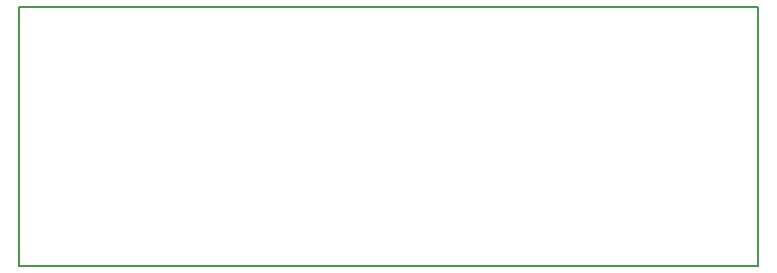
<source format=gbr>
G04 DipTrace 3.3.1.0*
G04 BoardOutline.gbr*
%MOMM*%
G04 #@! TF.FileFunction,Profile*
G04 #@! TF.Part,Single*
%ADD11C,0.14*%
%FSLAX35Y35*%
G04*
G71*
G90*
G75*
G01*
G04 BoardOutline*
%LPD*%
X1000000Y3190750D2*
D11*
X7254750D1*
Y1000000D1*
X1000000D1*
Y3190750D1*
M02*

</source>
